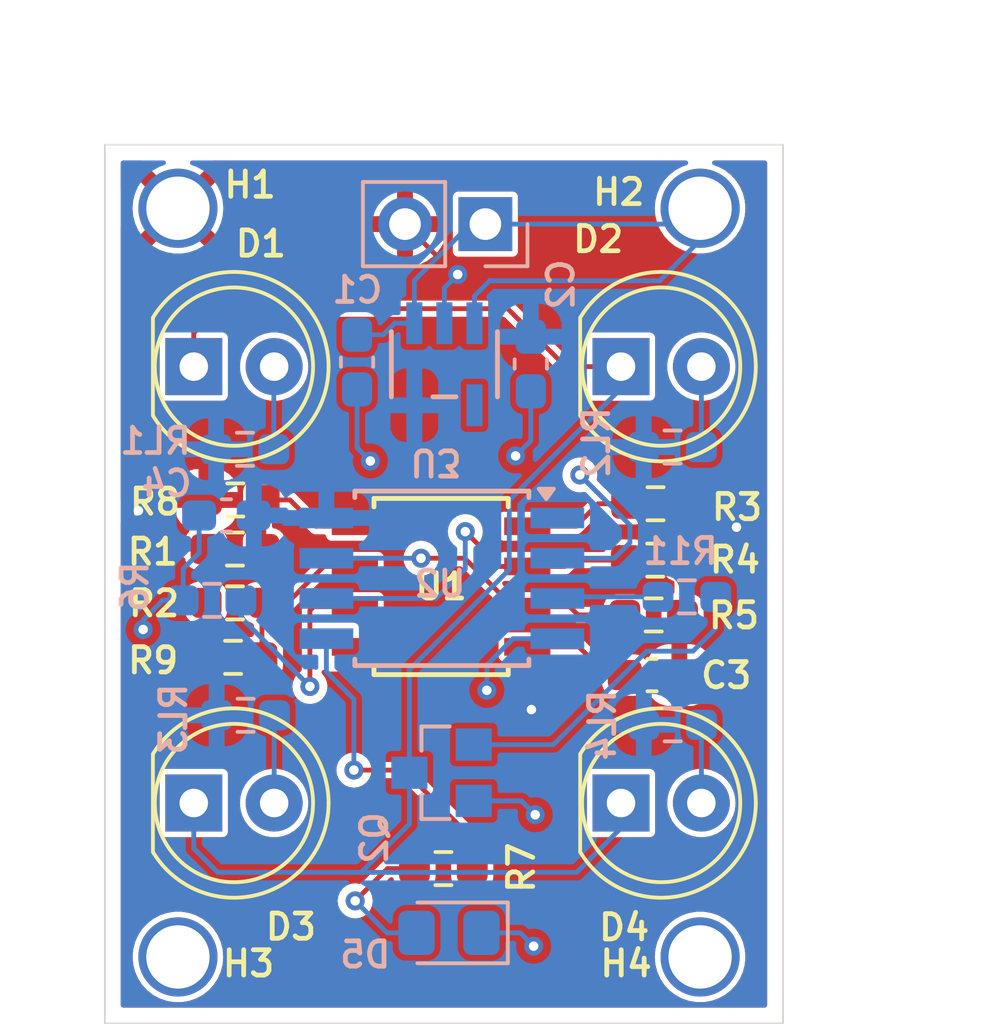
<source format=kicad_pcb>
(kicad_pcb (version 20240108) (generator "pcbnew") (generator_version "8.0")
  (layers (0 "F.Cu" signal) (31 "B.Cu" signal) (34 "B.Paste" user) (35 "F.Paste" user) (36 "B.SilkS" user "B.Silkscreen") (37 "F.SilkS" user "F.Silkscreen") (38 "B.Mask" user) (39 "F.Mask" user) (44 "Edge.Cuts" user))
  (net 0 "")
  (net 1 "GND")
  (net 2 "VDD_3.3V")
  (net 3 "Net-(D1-A)")
  (net 4 "Net-(D2-A)")
  (net 5 "Net-(D3-A)")
  (net 6 "Net-(D4-A)")
  (net 7 "VCC")
  (net 8 "Net-(D1-K)")
  (net 9 "Net-(U1-S0)")
  (net 10 "Net-(Q2-Pad1)")
  (net 11 "Net-(U1-S1)")
  (net 12 "COLOR_OUT")
  (net 13 "S2")
  (net 14 "LED_FLASH")
  (net 15 "S3")
  (net 16 "Net-(U1-OE)")
  (net 19 "Net-(D5-A)")
  (net 20 "LED_OUT")
  (footprint "Resistor_SMD:R_0603_1608Metric_Pad0.98x0.95mm_HandSolder" (layer "F.Cu") (at 120.3025 82.46)
    (property "Reference" "R2" (at -2.5575 0.02 0) (layer "F.SilkS") (effects (font (size 0.8 0.8))))
    (property "Value" "R")
    (fp_line (start -0.254724 -0.5225) (end 0.254724 -0.5225) (stroke (width 0.12)) (layer "F.SilkS"))
    (fp_line (start -0.254724 0.5225) (end 0.254724 0.5225) (stroke (width 0.12)) (layer "F.SilkS"))
    (pad "1" smd roundrect (at -0.9125 0) (size 0.975 0.95) (layers "F.Cu" "F.Paste" "F.Mask") (net 2 "VDD_3.3V"))
    (pad "2" smd roundrect (at 0.9125 0) (size 0.975 0.95) (layers "F.Cu" "F.Paste" "F.Mask") (net 11 "Net-(U1-S1)"))
  )
  (footprint "MountingHole:MT_Hole" (layer "F.Cu") (at 135 93.64)
    (property "Reference" "H4" (at -2.34 0.21 0) (layer "F.SilkS") (effects (font (size 0.8 0.8))))
    (property "Value" "MountingHole")
    (pad "1" thru_hole circle (at 0 0) (size 2.5 2.5) (drill 2) (layers "*.Cu" "*.Mask"))
  )
  (footprint "Capacitor_SMD:C_0603_1608Metric_Pad1.08x0.95mm_HandSolder" (layer "F.Cu") (at 133.4825 84.74 180)
    (property "Reference" "C3" (at -2.3425 -0.01 180) (layer "F.SilkS") (effects (font (size 0.8 0.8))))
    (property "Value" "0.1uF")
    (fp_line (start -0.146267 0.51) (end 0.146267 0.51) (stroke (width 0.12)) (layer "F.SilkS"))
    (fp_line (start -0.146267 -0.51) (end 0.146267 -0.51) (stroke (width 0.12)) (layer "F.SilkS"))
    (pad "1" smd roundrect (at -0.8625 0 180) (size 1.075 0.95) (layers "F.Cu" "F.Paste" "F.Mask") (net 1 "GND"))
    (pad "2" smd roundrect (at 0.8625 0 180) (size 1.075 0.95) (layers "F.Cu" "F.Paste" "F.Mask") (net 2 "VDD_3.3V"))
  )
  (footprint "Resistor_SMD:R_0603_1608Metric_Pad0.98x0.95mm_HandSolder" (layer "F.Cu") (at 133.5325 82.84)
    (property "Reference" "R5" (at 2.5375 0.02 0) (layer "F.SilkS") (effects (font (size 0.8 0.8))))
    (property "Value" "R")
    (fp_line (start -0.254724 -0.5225) (end 0.254724 -0.5225) (stroke (width 0.12)) (layer "F.SilkS"))
    (fp_line (start -0.254724 0.5225) (end 0.254724 0.5225) (stroke (width 0.12)) (layer "F.SilkS"))
    (pad "1" smd roundrect (at -0.9125 0) (size 0.975 0.95) (layers "F.Cu" "F.Paste" "F.Mask") (net 12 "COLOR_OUT"))
    (pad "2" smd roundrect (at 0.9125 0) (size 0.975 0.95) (layers "F.Cu" "F.Paste" "F.Mask") (net 2 "VDD_3.3V"))
  )
  (footprint "Resistor_SMD:R_0603_1608Metric_Pad0.98x0.95mm_HandSolder" (layer "F.Cu") (at 120.3025 80.76)
    (property "Reference" "R1" (at -2.5975 0.09 0) (layer "F.SilkS") (effects (font (size 0.8 0.8))))
    (property "Value" "R")
    (fp_line (start -0.254724 -0.5225) (end 0.254724 -0.5225) (stroke (width 0.12)) (layer "F.SilkS"))
    (fp_line (start -0.254724 0.5225) (end 0.254724 0.5225) (stroke (width 0.12)) (layer "F.SilkS"))
    (pad "1" smd roundrect (at -0.9125 0) (size 0.975 0.95) (layers "F.Cu" "F.Paste" "F.Mask") (net 2 "VDD_3.3V"))
    (pad "2" smd roundrect (at 0.9125 0) (size 0.975 0.95) (layers "F.Cu" "F.Paste" "F.Mask") (net 9 "Net-(U1-S0)"))
  )
  (footprint "TCS3200:SO_3200D-TR_AMS" (layer "F.Cu") (at 126.81585 81.945)
    (property "Reference" "U1" (at 0 0 0) (layer "F.SilkS") (effects (font (size 0.8 0.8))))
    (property "Value" "TCS3200D-TR")
    (fp_line (start -2.1209 -2.7813) (end -2.1209 -2.51714) (stroke (width 0.1524)) (layer "F.SilkS"))
    (fp_line (start -2.1209 2.51714) (end -2.1209 2.7813) (stroke (width 0.1524)) (layer "F.SilkS"))
    (fp_line (start -2.1209 2.7813) (end 2.1209 2.7813) (stroke (width 0.1524)) (layer "F.SilkS"))
    (fp_line (start 2.1209 -2.7813) (end -2.1209 -2.7813) (stroke (width 0.1524)) (layer "F.SilkS"))
    (fp_line (start 2.1209 -2.51714) (end 2.1209 -2.7813) (stroke (width 0.1524)) (layer "F.SilkS"))
    (fp_line (start 2.1209 2.7813) (end 2.1209 2.51714) (stroke (width 0.1524)) (layer "F.SilkS"))
    (pad "1" smd rect (at -2.72415 -1.905) (size 1.4605 0.5588) (layers "F.Cu" "F.Paste" "F.Mask") (net 9 "Net-(U1-S0)"))
    (pad "2" smd rect (at -2.72415 -0.635) (size 1.4605 0.5588) (layers "F.Cu" "F.Paste" "F.Mask") (net 11 "Net-(U1-S1)"))
    (pad "3" smd rect (at -2.72415 0.635) (size 1.4605 0.5588) (layers "F.Cu" "F.Paste" "F.Mask") (net 16 "Net-(U1-OE)"))
    (pad "4" smd rect (at -2.72415 1.905) (size 1.4605 0.5588) (layers "F.Cu" "F.Paste" "F.Mask") (net 1 "GND"))
    (pad "5" smd rect (at 2.72415 1.905) (size 1.4605 0.5588) (layers "F.Cu" "F.Paste" "F.Mask") (net 2 "VDD_3.3V"))
    (pad "6" smd rect (at 2.72415 0.635) (size 1.4605 0.5588) (layers "F.Cu" "F.Paste" "F.Mask") (net 12 "COLOR_OUT"))
    (pad "7" smd rect (at 2.72415 -0.635) (size 1.4605 0.5588) (layers "F.Cu" "F.Paste" "F.Mask") (net 13 "S2"))
    (pad "8" smd rect (at 2.72415 -1.905) (size 1.4605 0.5588) (layers "F.Cu" "F.Paste" "F.Mask") (net 15 "S3"))
  )
  (footprint "Resistor_SMD:R_0603_1608Metric_Pad0.98x0.95mm_HandSolder" (layer "F.Cu") (at 133.5925 79.33)
    (property "Reference" "R3" (at 2.5725 0.11 0) (layer "F.SilkS") (effects (font (size 0.8 0.8))))
    (property "Value" "R")
    (fp_line (start -0.254724 -0.5225) (end 0.254724 -0.5225) (stroke (width 0.12)) (layer "F.SilkS"))
    (fp_line (start -0.254724 0.5225) (end 0.254724 0.5225) (stroke (width 0.12)) (layer "F.SilkS"))
    (pad "1" smd roundrect (at -0.9125 0) (size 0.975 0.95) (layers "F.Cu" "F.Paste" "F.Mask") (net 15 "S3"))
    (pad "2" smd roundrect (at 0.9125 0) (size 0.975 0.95) (layers "F.Cu" "F.Paste" "F.Mask") (net 2 "VDD_3.3V"))
  )
  (footprint "LED_THT:LED_D5.0mm" (layer "F.Cu") (at 132.5 88.78)
    (property "Reference" "D4" (at 0.1 3.93 0) (layer "F.SilkS") (effects (font (size 0.8 0.8))))
    (property "Value" "LED")
    (fp_line (start -1.29 -1.545) (end -1.29 1.545) (stroke (width 0.12)) (layer "F.SilkS"))
    (fp_arc (start -1.29 -1.54483) (mid 2.072002 -2.880433) (end 4.26 0.000462) (stroke (width 0.12)) (layer "F.SilkS"))
    (fp_arc (start 4.26 -0.000462) (mid 2.072002 2.880433) (end -1.29 1.54483) (stroke (width 0.12)) (layer "F.SilkS"))
    (fp_circle (center 1.27 0) (end 3.77 0) (stroke (width 0.12)) (fill none) (layer "F.SilkS"))
    (pad "1" thru_hole rect (at 0 0) (size 1.8 1.8) (drill 0.9) (layers "*.Cu" "*.Mask") (net 8 "Net-(D1-K)"))
    (pad "2" thru_hole circle (at 2.54 0) (size 1.8 1.8) (drill 0.9) (layers "*.Cu" "*.Mask") (net 6 "Net-(D4-A)"))
  )
  (footprint "Resistor_SMD:R_0603_1608Metric_Pad0.98x0.95mm_HandSolder" (layer "F.Cu") (at 120.2425 84.18)
    (property "Reference" "R9" (at -2.5275 0.1 0) (layer "F.SilkS") (effects (font (size 0.8 0.8))))
    (property "Value" "R")
    (fp_line (start -0.254724 -0.5225) (end 0.254724 -0.5225) (stroke (width 0.12)) (layer "F.SilkS"))
    (fp_line (start -0.254724 0.5225) (end 0.254724 0.5225) (stroke (width 0.12)) (layer "F.SilkS"))
    (pad "1" smd roundrect (at -0.9125 0) (size 0.975 0.95) (layers "F.Cu" "F.Paste" "F.Mask") (net 1 "GND"))
    (pad "2" smd roundrect (at 0.9125 0) (size 0.975 0.95) (layers "F.Cu" "F.Paste" "F.Mask") (net 11 "Net-(U1-S1)"))
  )
  (footprint "MountingHole:MT_Hole" (layer "F.Cu") (at 118.5 70)
    (property "Reference" "H1" (at 2.28 -0.74 0) (layer "F.SilkS") (effects (font (size 0.8 0.8))))
    (property "Value" "MountingHole_Pad")
    (pad "1" thru_hole circle (at 0 0) (size 2.5 2.5) (drill 2) (layers "*.Cu" "*.Mask") (net 1 "GND"))
  )
  (footprint "LED_THT:LED_D5.0mm" (layer "F.Cu") (at 119 75)
    (property "Reference" "D1" (at 2.12 -3.88 0) (layer "F.SilkS") (effects (font (size 0.8 0.8))))
    (property "Value" "LED")
    (fp_line (start -1.29 -1.545) (end -1.29 1.545) (stroke (width 0.12)) (layer "F.SilkS"))
    (fp_arc (start -1.29 -1.54483) (mid 2.072002 -2.880433) (end 4.26 0.000462) (stroke (width 0.12)) (layer "F.SilkS"))
    (fp_arc (start 4.26 -0.000462) (mid 2.072002 2.880433) (end -1.29 1.54483) (stroke (width 0.12)) (layer "F.SilkS"))
    (fp_circle (center 1.27 0) (end 3.77 0) (stroke (width 0.12)) (fill none) (layer "F.SilkS"))
    (pad "1" thru_hole rect (at 0 0) (size 1.8 1.8) (drill 0.9) (layers "*.Cu" "*.Mask") (net 8 "Net-(D1-K)"))
    (pad "2" thru_hole circle (at 2.54 0) (size 1.8 1.8) (drill 0.9) (layers "*.Cu" "*.Mask") (net 3 "Net-(D1-A)"))
  )
  (footprint "LED_THT:LED_D5.0mm" (layer "F.Cu") (at 119 88.78)
    (property "Reference" "D3" (at 3.07 3.91 0) (layer "F.SilkS") (effects (font (size 0.8 0.8))))
    (property "Value" "LED")
    (fp_line (start -1.29 -1.545) (end -1.29 1.545) (stroke (width 0.12)) (layer "F.SilkS"))
    (fp_arc (start -1.29 -1.54483) (mid 2.072002 -2.880433) (end 4.26 0.000462) (stroke (width 0.12)) (layer "F.SilkS"))
    (fp_arc (start 4.26 -0.000462) (mid 2.072002 2.880433) (end -1.29 1.54483) (stroke (width 0.12)) (layer "F.SilkS"))
    (fp_circle (center 1.27 0) (end 3.77 0) (stroke (width 0.12)) (fill none) (layer "F.SilkS"))
    (pad "1" thru_hole rect (at 0 0) (size 1.8 1.8) (drill 0.9) (layers "*.Cu" "*.Mask") (net 8 "Net-(D1-K)"))
    (pad "2" thru_hole circle (at 2.54 0) (size 1.8 1.8) (drill 0.9) (layers "*.Cu" "*.Mask") (net 5 "Net-(D3-A)"))
  )
  (footprint "Resistor_SMD:R_0603_1608Metric_Pad0.98x0.95mm_HandSolder" (layer "F.Cu") (at 126.8875 90.85 180)
    (property "Reference" "R7" (at -2.4625 0.03 -90) (layer "F.SilkS") (effects (font (size 0.8 0.8))))
    (property "Value" "R")
    (fp_line (start -0.254724 0.5225) (end 0.254724 0.5225) (stroke (width 0.12)) (layer "F.SilkS"))
    (fp_line (start -0.254724 -0.5225) (end 0.254724 -0.5225) (stroke (width 0.12)) (layer "F.SilkS"))
    (pad "1" smd roundrect (at -0.9125 0 180) (size 0.975 0.95) (layers "F.Cu" "F.Paste" "F.Mask") (net 20 "LED_OUT"))
    (pad "2" smd roundrect (at 0.9125 0 180) (size 0.975 0.95) (layers "F.Cu" "F.Paste" "F.Mask") (net 19 "Net-(D5-A)"))
  )
  (footprint "MountingHole:MT_Hole" (layer "F.Cu") (at 118.5 93.64)
    (property "Reference" "H3" (at 2.23 0.21 0) (layer "F.SilkS") (effects (font (size 0.8 0.8))))
    (property "Value" "MountingHole")
    (pad "1" thru_hole circle (at 0 0) (size 2.5 2.5) (drill 2) (layers "*.Cu" "*.Mask"))
  )
  (footprint "Resistor_SMD:R_0603_1608Metric_Pad0.98x0.95mm_HandSolder" (layer "F.Cu") (at 133.5825 81.11)
    (property "Reference" "R4" (at 2.5175 -0.01 0) (layer "F.SilkS") (effects (font (size 0.8 0.8))))
    (property "Value" "R")
    (fp_line (start -0.254724 -0.5225) (end 0.254724 -0.5225) (stroke (width 0.12)) (layer "F.SilkS"))
    (fp_line (start -0.254724 0.5225) (end 0.254724 0.5225) (stroke (width 0.12)) (layer "F.SilkS"))
    (pad "1" smd roundrect (at -0.9125 0) (size 0.975 0.95) (layers "F.Cu" "F.Paste" "F.Mask") (net 13 "S2"))
    (pad "2" smd roundrect (at 0.9125 0) (size 0.975 0.95) (layers "F.Cu" "F.Paste" "F.Mask") (net 2 "VDD_3.3V"))
  )
  (footprint "Resistor_SMD:R_0603_1608Metric_Pad0.98x0.95mm_HandSolder" (layer "F.Cu") (at 120.3125 79.21 180)
    (property "Reference" "R8" (at 2.5375 -0.06 180) (layer "F.SilkS") (effects (font (size 0.8 0.8))))
    (property "Value" "R")
    (fp_line (start -0.254724 0.5225) (end 0.254724 0.5225) (stroke (width 0.12)) (layer "F.SilkS"))
    (fp_line (start -0.254724 -0.5225) (end 0.254724 -0.5225) (stroke (width 0.12)) (layer "F.SilkS"))
    (pad "1" smd roundrect (at -0.9125 0 180) (size 0.975 0.95) (layers "F.Cu" "F.Paste" "F.Mask") (net 9 "Net-(U1-S0)"))
    (pad "2" smd roundrect (at 0.9125 0 180) (size 0.975 0.95) (layers "F.Cu" "F.Paste" "F.Mask") (net 1 "GND"))
  )
  (footprint "MountingHole:MT_Hole" (layer "F.Cu") (at 135 70)
    (property "Reference" "H2" (at -2.57 -0.51 0) (layer "F.SilkS") (effects (font (size 0.8 0.8))))
    (property "Value" "MountingHole_Pad")
    (pad "1" thru_hole circle (at 0 0) (size 2.5 2.5) (drill 2) (layers "*.Cu" "*.Mask") (net 7 "VCC"))
  )
  (footprint "LED_THT:LED_D5.0mm" (layer "F.Cu") (at 132.5 75)
    (property "Reference" "D2" (at -0.72 -4.02 0) (layer "F.SilkS") (effects (font (size 0.8 0.8))))
    (property "Value" "LED")
    (fp_line (start -1.29 -1.545) (end -1.29 1.545) (stroke (width 0.12)) (layer "F.SilkS"))
    (fp_arc (start -1.29 -1.54483) (mid 2.072002 -2.880433) (end 4.26 0.000462) (stroke (width 0.12)) (layer "F.SilkS"))
    (fp_arc (start 4.26 -0.000462) (mid 2.072002 2.880433) (end -1.29 1.54483) (stroke (width 0.12)) (layer "F.SilkS"))
    (fp_circle (center 1.27 0) (end 3.77 0) (stroke (width 0.12)) (fill none) (layer "F.SilkS"))
    (pad "1" thru_hole rect (at 0 0) (size 1.8 1.8) (drill 0.9) (layers "*.Cu" "*.Mask") (net 8 "Net-(D1-K)"))
    (pad "2" thru_hole circle (at 2.54 0) (size 1.8 1.8) (drill 0.9) (layers "*.Cu" "*.Mask") (net 4 "Net-(D2-A)"))
  )
  (footprint "MIC5504:SOT-23-5_MC_MCH" (layer "B.Cu") (at 126.92 74.9254 -90)
    (property "Reference" "U3" (at 3.0946 0.27 180) (layer "B.SilkS") (effects (font (size 0.8 0.8)) (justify mirror)))
    (property "Value" "MIC5504-3.3YM5-TR")
    (fp_line (start -1.0287 1.6764) (end 1.0287 1.6764) (stroke (width 0.1524)) (layer "B.SilkS"))
    (fp_line (start 1.0287 0.363261) (end 1.0287 -0.363261) (stroke (width 0.1524)) (layer "B.SilkS"))
    (fp_line (start 1.0287 -1.6764) (end -1.0287 -1.6764) (stroke (width 0.1524)) (layer "B.SilkS"))
    (pad "1" smd rect (at -1.2954 0.950001 270) (size 1.3208 0.508) (layers "B.Cu" "B.Paste" "B.Mask") (net 7 "VCC"))
    (pad "2" smd rect (at -1.2954 0 270) (size 1.3208 0.508) (layers "B.Cu" "B.Paste" "B.Mask") (net 1 "GND"))
    (pad "3" smd rect (at -1.2954 -0.950001 270) (size 1.3208 0.508) (layers "B.Cu" "B.Paste" "B.Mask") (net 7 "VCC"))
    (pad "4" smd rect (at 1.2954 -0.950001 270) (size 1.3208 0.508) (layers "B.Cu" "B.Paste" "B.Mask"))
    (pad "5" smd rect (at 1.2954 0.950001 270) (size 1.3208 0.508) (layers "B.Cu" "B.Paste" "B.Mask") (net 2 "VDD_3.3V"))
  )
  (footprint "Capacitor_SMD:C_0603_1608Metric_Pad1.08x0.95mm_HandSolder" (layer "B.Cu") (at 124.16 74.8575 90)
    (property "Reference" "C1" (at 2.2775 0.01 0) (layer "B.SilkS") (effects (font (size 0.8 0.8)) (justify mirror)))
    (property "Value" "C")
    (fp_line (start 0.146267 -0.51) (end -0.146267 -0.51) (stroke (width 0.12)) (layer "B.SilkS"))
    (fp_line (start 0.146267 0.51) (end -0.146267 0.51) (stroke (width 0.12)) (layer "B.SilkS"))
    (pad "1" smd roundrect (at -0.8625 0 90) (size 1.075 0.95) (layers "B.Cu" "B.Paste" "B.Mask") (net 1 "GND"))
    (pad "2" smd roundrect (at 0.8625 0 90) (size 1.075 0.95) (layers "B.Cu" "B.Paste" "B.Mask") (net 7 "VCC"))
  )
  (footprint "Capacitor_SMD:C_0603_1608Metric_Pad1.08x0.95mm_HandSolder" (layer "B.Cu") (at 129.65 74.9175 -90)
    (property "Reference" "C2" (at -2.5125 -0.95 90) (layer "B.SilkS") (effects (font (size 0.8 0.8)) (justify mirror)))
    (property "Value" "C")
    (fp_line (start 0.146267 0.51) (end -0.146267 0.51) (stroke (width 0.12)) (layer "B.SilkS"))
    (fp_line (start 0.146267 -0.51) (end -0.146267 -0.51) (stroke (width 0.12)) (layer "B.SilkS"))
    (pad "1" smd roundrect (at -0.8625 0 270) (size 1.075 0.95) (layers "B.Cu" "B.Paste" "B.Mask") (net 2 "VDD_3.3V"))
    (pad "2" smd roundrect (at 0.8625 0 270) (size 1.075 0.95) (layers "B.Cu" "B.Paste" "B.Mask") (net 1 "GND"))
  )
  (footprint "Resistor_SMD:R_0603_1608Metric_Pad0.98x0.95mm_HandSolder" (layer "B.Cu") (at 134.1275 77.54 180)
    (property "Reference" "RL2" (at 2.4075 0.14 -90) (layer "B.SilkS") (effects (font (size 0.8 0.8)) (justify mirror)))
    (property "Value" "R")
    (fp_line (start 0.254724 0.5225) (end -0.254724 0.5225) (stroke (width 0.12)) (layer "B.SilkS"))
    (fp_line (start 0.254724 -0.5225) (end -0.254724 -0.5225) (stroke (width 0.12)) (layer "B.SilkS"))
    (pad "1" smd roundrect (at -0.9125 0 180) (size 0.975 0.95) (layers "B.Cu" "B.Paste" "B.Mask") (net 4 "Net-(D2-A)"))
    (pad "2" smd roundrect (at 0.9125 0 180) (size 0.975 0.95) (layers "B.Cu" "B.Paste" "B.Mask") (net 2 "VDD_3.3V"))
  )
  (footprint "Capacitor_SMD:C_0603_1608Metric_Pad1.08x0.95mm_HandSolder" (layer "B.Cu") (at 120.0325 79.7 180)
    (property "Reference" "C4" (at 1.8925 1.01 180) (layer "B.SilkS") (effects (font (size 0.8 0.8)) (justify mirror)))
    (property "Value" "C")
    (fp_line (start 0.146267 0.51) (end -0.146267 0.51) (stroke (width 0.12)) (layer "B.SilkS"))
    (fp_line (start 0.146267 -0.51) (end -0.146267 -0.51) (stroke (width 0.12)) (layer "B.SilkS"))
    (pad "1" smd roundrect (at -0.8625 0 180) (size 1.075 0.95) (layers "B.Cu" "B.Paste" "B.Mask") (net 2 "VDD_3.3V"))
    (pad "2" smd roundrect (at 0.8625 0 180) (size 1.075 0.95) (layers "B.Cu" "B.Paste" "B.Mask") (net 1 "GND"))
  )
  (footprint "Resistor_SMD:R_0603_1608Metric_Pad0.98x0.95mm_HandSolder" (layer "B.Cu") (at 120.6175 77.61 180)
    (property "Reference" "RL1" (at 2.8275 0.26 0) (layer "B.SilkS") (effects (font (size 0.8 0.8)) (justify mirror)))
    (property "Value" "R")
    (fp_line (start 0.254724 0.5225) (end -0.254724 0.5225) (stroke (width 0.12)) (layer "B.SilkS"))
    (fp_line (start 0.254724 -0.5225) (end -0.254724 -0.5225) (stroke (width 0.12)) (layer "B.SilkS"))
    (pad "1" smd roundrect (at -0.9125 0 180) (size 0.975 0.95) (layers "B.Cu" "B.Paste" "B.Mask") (net 3 "Net-(D1-A)"))
    (pad "2" smd roundrect (at 0.9125 0 180) (size 0.975 0.95) (layers "B.Cu" "B.Paste" "B.Mask") (net 2 "VDD_3.3V"))
  )
  (footprint "Resistor_SMD:R_0603_1608Metric_Pad0.98x0.95mm_HandSolder" (layer "B.Cu") (at 120.6375 86.01 180)
    (property "Reference" "RL3" (at 2.2775 -0.12 -90) (layer "B.SilkS") (effects (font (size 0.8 0.8)) (justify mirror)))
    (property "Value" "R")
    (fp_line (start 0.254724 0.5225) (end -0.254724 0.5225) (stroke (width 0.12)) (layer "B.SilkS"))
    (fp_line (start 0.254724 -0.5225) (end -0.254724 -0.5225) (stroke (width 0.12)) (layer "B.SilkS"))
    (pad "1" smd roundrect (at -0.9125 0 180) (size 0.975 0.95) (layers "B.Cu" "B.Paste" "B.Mask") (net 5 "Net-(D3-A)"))
    (pad "2" smd roundrect (at 0.9125 0 180) (size 0.975 0.95) (layers "B.Cu" "B.Paste" "B.Mask") (net 2 "VDD_3.3V"))
  )
  (footprint "Resistor_SMD:R_0603_1608Metric_Pad0.98x0.95mm_HandSolder" (layer "B.Cu") (at 119.5775 82.38 180)
    (property "Reference" "R6" (at 2.4375 0.43 -90) (layer "B.SilkS") (effects (font (size 0.8 0.8)) (justify mirror)))
    (property "Value" "R")
    (fp_line (start 0.254724 0.5225) (end -0.254724 0.5225) (stroke (width 0.12)) (layer "B.SilkS"))
    (fp_line (start 0.254724 -0.5225) (end -0.254724 -0.5225) (stroke (width 0.12)) (layer "B.SilkS"))
    (pad "1" smd roundrect (at -0.9125 0 180) (size 0.975 0.95) (layers "B.Cu" "B.Paste" "B.Mask") (net 16 "Net-(U1-OE)"))
    (pad "2" smd roundrect (at 0.9125 0 180) (size 0.975 0.95) (layers "B.Cu" "B.Paste" "B.Mask") (net 1 "GND"))
  )
  (footprint "LED_SMD:LED_0805_2012Metric_Pad1.15x1.40mm_HandSolder" (layer "B.Cu") (at 127.065 92.88 180)
    (property "Reference" "D5" (at 2.645 -0.69 180) (layer "B.SilkS") (effects (font (size 0.8 0.8)) (justify mirror)))
    (property "Value" "LED")
    (fp_line (start 1 -0.96) (end -1.86 -0.96) (stroke (width 0.12)) (layer "B.SilkS"))
    (fp_line (start -1.86 0.96) (end 1 0.96) (stroke (width 0.12)) (layer "B.SilkS"))
    (fp_line (start -1.86 -0.96) (end -1.86 0.96) (stroke (width 0.12)) (layer "B.SilkS"))
    (pad "1" smd roundrect (at -1.025 0 180) (size 1.15 1.4) (layers "B.Cu" "B.Paste" "B.Mask") (roundrect_rratio 0.217391) (net 1 "GND"))
    (pad "2" smd roundrect (at 1.025 0 180) (size 1.15 1.4) (layers "B.Cu" "B.Paste" "B.Mask") (roundrect_rratio 0.217391) (net 19 "Net-(D5-A)"))
  )
  (footprint "Resistor_SMD:R_0603_1608Metric_Pad0.98x0.95mm_HandSolder" (layer "B.Cu") (at 134.5825 82.27)
    (property "Reference" "R11" (at -0.2025 -1.44 180) (layer "B.SilkS") (effects (font (size 0.8 0.8)) (justify mirror)))
    (property "Value" "R")
    (fp_line (start 0.254724 -0.5225) (end -0.254724 -0.5225) (stroke (width 0.12)) (layer "B.SilkS"))
    (fp_line (start 0.254724 0.5225) (end -0.254724 0.5225) (stroke (width 0.12)) (layer "B.SilkS"))
    (pad "1" smd roundrect (at -0.9125 0) (size 0.975 0.95) (layers "B.Cu" "B.Paste" "B.Mask") (net 14 "LED_FLASH"))
    (pad "2" smd roundrect (at 0.9125 0) (size 0.975 0.95) (layers "B.Cu" "B.Paste" "B.Mask") (net 10 "Net-(Q2-Pad1)"))
  )
  (footprint "S8050:SOT-23" (layer "B.Cu") (at 126.83 87.824 -90)
    (property "Reference" "Q2" (at 2.061 2.124 90) (layer "B.SilkS") (effects (font (size 0.8 0.8)) (justify mirror)))
    (property "Value" "S8050")
    (fp_line (start -1.4605 0.635) (end -0.6985 0.635) (stroke (width 0.127)) (layer "B.SilkS"))
    (fp_line (start 0.6985 0.635) (end 1.4605 0.635) (stroke (width 0.127)) (layer "B.SilkS"))
    (fp_line (start 1.4605 0.635) (end 1.4605 -0.254) (stroke (width 0.127)) (layer "B.SilkS"))
    (fp_line (start -1.4605 -0.254) (end -1.4605 0.635) (stroke (width 0.127)) (layer "B.SilkS"))
    (pad "1" smd rect (at -0.889 -1.016 270) (size 1.016 1.143) (layers "B.Cu" "B.Paste" "B.Mask") (net 10 "Net-(Q2-Pad1)"))
    (pad "2" smd rect (at 0.889 -1.016 270) (size 1.016 1.143) (layers "B.Cu" "B.Paste" "B.Mask") (net 1 "GND"))
    (pad "3" smd rect (at 0 1.016 270) (size 1.016 1.143) (layers "B.Cu" "B.Paste" "B.Mask") (net 8 "Net-(D1-K)"))
  )
  (footprint "Resistor_SMD:R_0603_1608Metric_Pad0.98x0.95mm_HandSolder" (layer "B.Cu") (at 134.1325 86.31 180)
    (property "Reference" "RL4" (at 2.2225 -0.01 -90) (layer "B.SilkS") (effects (font (size 0.8 0.8)) (justify mirror)))
    (property "Value" "R")
    (fp_line (start 0.254724 0.5225) (end -0.254724 0.5225) (stroke (width 0.12)) (layer "B.SilkS"))
    (fp_line (start 0.254724 -0.5225) (end -0.254724 -0.5225) (stroke (width 0.12)) (layer "B.SilkS"))
    (pad "1" smd roundrect (at -0.9125 0 180) (size 0.975 0.95) (layers "B.Cu" "B.Paste" "B.Mask") (net 6 "Net-(D4-A)"))
    (pad "2" smd roundrect (at 0.9125 0 180) (size 0.975 0.95) (layers "B.Cu" "B.Paste" "B.Mask") (net 2 "VDD_3.3V"))
  )
  (footprint "Package_SO:SOIC-8W_5.3x5.3mm_P1.27mm" (layer "B.Cu") (at 126.84 81.685 180)
    (property "Reference" "U2" (at 0.06 -0.175 180) (layer "B.SilkS") (effects (font (size 0.8 0.8)) (justify mirror)))
    (property "Value" "ATtiny85-20S")
    (fp_line (start 2.75 2.755) (end -2.75 2.755) (stroke (width 0.15)) (layer "B.SilkS"))
    (fp_line (start 2.75 2.55) (end 2.75 2.755) (stroke (width 0.15)) (layer "B.SilkS"))
    (fp_line (start 2.75 -2.55) (end 2.75 -2.755) (stroke (width 0.15)) (layer "B.SilkS"))
    (fp_line (start 2.75 -2.755) (end -2.75 -2.755) (stroke (width 0.15)) (layer "B.SilkS"))
    (fp_line (start -2.75 2.55) (end -2.75 2.755) (stroke (width 0.15)) (layer "B.SilkS"))
    (fp_line (start -2.75 -2.55) (end -2.75 -2.755) (stroke (width 0.15)) (layer "B.SilkS"))
    (fp_poly (pts (xy -3.3 2.5) (xy -3.54 2.83) (xy -3.06 2.83) (xy -3.3 2.5)) (stroke (width 0.12)) (fill solid) (layer "B.SilkS"))
    (pad "1" smd rect (at -3.65 1.905 180) (size 1.7 0.65) (layers "B.Cu" "B.Paste" "B.Mask"))
    (pad "2" smd rect (at -3.65 0.635 180) (size 1.7 0.65) (layers "B.Cu" "B.Paste" "B.Mask") (net 15 "S3"))
    (pad "3" smd rect (at -3.65 -0.635 180) (size 1.7 0.65) (layers "B.Cu" "B.Paste" "B.Mask") (net 14 "LED_FLASH"))
    (pad "4" smd rect (at -3.65 -1.905 180) (size 1.7 0.65) (layers "B.Cu" "B.Paste" "B.Mask") (net 1 "GND"))
    (pad "5" smd rect (at 3.65 -1.905 180) (size 1.7 0.65) (layers "B.Cu" "B.Paste" "B.Mask") (net 20 "LED_OUT"))
    (pad "6" smd rect (at 3.65 -0.635 180) (size 1.7 0.65) (layers "B.Cu" "B.Paste" "B.Mask") (net 13 "S2"))
    (pad "7" smd rect (at 3.65 0.635 180) (size 1.7 0.65) (layers "B.Cu" "B.Paste" "B.Mask") (net 12 "COLOR_OUT"))
    (pad "8" smd rect (at 3.65 1.905 180) (size 1.7 0.65) (layers "B.Cu" "B.Paste" "B.Mask") (net 2 "VDD_3.3V"))
  )
  (footprint "Connector_PinHeader_2.54mm:PinHeader_1x02_P2.54mm_Vertical" (layer "B.Cu") (at 128.215 70.5 90)
    (property "Reference" "J1" (hide yes))
    (property "Value" "Conn_01x02_Pin")
    (fp_line (start 1.33 -3.87) (end -1.33 -3.87) (stroke (width 0.12)) (layer "B.SilkS"))
    (fp_line (start 1.33 -3.87) (end 1.33 -1.27) (stroke (width 0.12)) (layer "B.SilkS"))
    (fp_line (start -1.33 -3.87) (end -1.33 -1.27) (stroke (width 0.12)) (layer "B.SilkS"))
    (fp_line (start 1.33 -1.27) (end -1.33 -1.27) (stroke (width 0.12)) (layer "B.SilkS"))
    (fp_line (start 0 1.33) (end -1.33 1.33) (stroke (width 0.12)) (layer "B.SilkS"))
    (fp_line (start -1.33 1.33) (end -1.33 0) (stroke (width 0.12)) (layer "B.SilkS"))
    (pad "1" thru_hole rect (at 0 0 90) (size 1.7 1.7) (drill 1) (layers "*.Cu" "*.Mask") (net 7 "VCC"))
    (pad "2" thru_hole oval (at 0 -2.54 90) (size 1.7 1.7) (drill 1) (layers "*.Cu" "*.Mask") (net 1 "GND"))
  )
  (gr_rect (start 116.19 67.99) (end 137.62 95.74) (stroke (width 0.05)) (fill none) (layer "Edge.Cuts"))
  (segment (start 127.265 72.09) (end 125.675 70.5) (width 0.1524) (layer "F.Cu") (net 1))
  (segment (start 127.34 72.09) (end 127.265 72.09) (width 0.1524) (layer "F.Cu") (net 1))
  (via (at 124.58 77.98) (size 0.6) (drill 0.3) (layers "F.Cu" "B.Cu") (net 1))
  (via (at 117.4 83.3) (size 0.6) (drill 0.3) (layers "F.Cu" "B.Cu") (net 1))
  (via (at 128.26 85.22) (size 0.6) (drill 0.3) (layers "F.Cu" "B.Cu") (net 1))
  (via (at 129.74 93.3) (size 0.6) (drill 0.3) (layers "F.Cu" "B.Cu") (net 1))
  (via (at 129.17 77.82) (size 0.6) (drill 0.3) (layers "F.Cu" "B.Cu") (net 1))
  (via (at 127.34 72.09) (size 0.6) (drill 0.3) (layers "F.Cu" "B.Cu") (net 1))
  (via (at 129.79 89.15) (size 0.6) (drill 0.3) (layers "F.Cu" "B.Cu") (net 1))
  (segment (start 127.34 72.09) (end 126.92 72.51) (width 0.1524) (layer "B.Cu") (net 1))
  (segment (start 118.665 82.38) (end 118.665 81.385) (width 0.1524) (layer "B.Cu") (net 1))
  (segment (start 118.02 82.38) (end 117.4 83) (width 0.1524) (layer "B.Cu") (net 1))
  (segment (start 117.4 83) (end 117.4 83.3) (width 0.1524) (layer "B.Cu") (net 1))
  (segment (start 128.09 92.88) (end 129.32 92.88) (width 0.1524) (layer "B.Cu") (net 1))
  (segment (start 129.09 83.59) (end 130.49 83.59) (width 0.1524) (layer "B.Cu") (net 1))
  (segment (start 129.353 88.713) (end 127.846 88.713) (width 0.1524) (layer "B.Cu") (net 1))
  (segment (start 118.665 82.38) (end 118.02 82.38) (width 0.1524) (layer "B.Cu") (net 1))
  (segment (start 124.16 77.56) (end 124.16 75.72) (width 0.1524) (layer "B.Cu") (net 1))
  (segment (start 124.58 77.98) (end 124.16 77.56) (width 0.1524) (layer "B.Cu") (net 1))
  (segment (start 119 70.5) (end 118.5 70) (width 0.1524) (layer "B.Cu") (net 1))
  (segment (start 129.65 77.34) (end 129.17 77.82) (width 0.1524) (layer "B.Cu") (net 1))
  (segment (start 128.26 85.22) (end 128.26 84.42) (width 0.1524) (layer "B.Cu") (net 1))
  (segment (start 129.65 75.78) (end 129.65 77.34) (width 0.1524) (layer "B.Cu") (net 1))
  (segment (start 125.75 70.68) (end 125.57 70.5) (width 0.1524) (layer "B.Cu") (net 1))
  (segment (start 126.92 72.51) (end 126.92 73.63) (width 0.1524) (layer "B.Cu") (net 1))
  (segment (start 129.79 89.15) (end 129.353 88.713) (width 0.1524) (layer "B.Cu") (net 1))
  (segment (start 128.26 84.42) (end 129.09 83.59) (width 0.1524) (layer "B.Cu") (net 1))
  (segment (start 119.17 80.88) (end 119.17 79.7) (width 0.1524) (layer "B.Cu") (net 1))
  (segment (start 129.32 92.88) (end 129.74 93.3) (width 0.1524) (layer "B.Cu") (net 1))
  (segment (start 118.665 81.385) (end 119.17 80.88) (width 0.1524) (layer "B.Cu") (net 1))
  (segment (start 125.969999 70.899999) (end 125.75 70.68) (width 0.1524) (layer "B.Cu") (net 1))
  (segment (start 134.445 81.16) (end 134.495 81.11) (width 0.1524) (layer "F.Cu") (net 2))
  (segment (start 132.62 84.74) (end 132.06 84.74) (width 0.1524) (layer "F.Cu") (net 2))
  (segment (start 118.46 80.76) (end 119.39 80.76) (width 0.1524) (layer "F.Cu") (net 2))
  (segment (start 117.25 79.55) (end 118.46 80.76) (width 0.1524) (layer "F.Cu") (net 2))
  (segment (start 129.54 83.85) (end 129.54 85.7) (width 0.1524) (layer "F.Cu") (net 2))
  (segment (start 134.505 79.33) (end 135.41 79.33) (width 0.1524) (layer "F.Cu") (net 2))
  (segment (start 119.39 80.76) (end 119.39 82.46) (width 0.1524) (layer "F.Cu") (net 2))
  (segment (start 131.17 83.85) (end 129.54 83.85) (width 0.1524) (layer "F.Cu") (net 2))
  (segment (start 129.54 85.7) (end 129.67 85.83) (width 0.1524) (layer "F.Cu") (net 2))
  (segment (start 134.495 79.34) (end 134.505 79.33) (width 0.1524) (layer "F.Cu") (net 2))
  (segment (start 135.41 79.33) (end 136.15 80.07) (width 0.1524) (layer "F.Cu") (net 2))
  (segment (start 132.06 84.74) (end 131.17 83.85) (width 0.1524) (layer "F.Cu") (net 2))
  (segment (start 134.495 81.11) (end 134.495 79.34) (width 0.1524) (layer "F.Cu") (net 2))
  (segment (start 134.445 82.84) (end 134.445 81.16) (width 0.1524) (layer "F.Cu") (net 2))
  (via (at 129.67 85.83) (size 0.6) (drill 0.3) (layers "F.Cu" "B.Cu") (net 2))
  (via (at 117.25 79.55) (size 0.6) (drill 0.3) (layers "F.Cu" "B.Cu") (net 2))
  (via (at 136.15 80.07) (size 0.6) (drill 0.3) (layers "F.Cu" "B.Cu") (net 2))
  (segment (start 121.53 75.01) (end 121.54 75) (width 0.1524) (layer "B.Cu") (net 3))
  (segment (start 121.53 77.61) (end 121.53 75.01) (width 0.1524) (layer "B.Cu") (net 3))
  (segment (start 135.04 77.54) (end 135.04 75) (width 0.1524) (layer "B.Cu") (net 4))
  (segment (start 121.54 86.02) (end 121.55 86.01) (width 0.1524) (layer "B.Cu") (net 5))
  (segment (start 121.54 88.78) (end 121.54 86.02) (width 0.1524) (layer "B.Cu") (net 5))
  (segment (start 135.04 88.78) (end 135.04 86.315) (width 0.1524) (layer "B.Cu") (net 6))
  (segment (start 135.04 86.315) (end 135.045 86.31) (width 0.1524) (layer "B.Cu") (net 6))
  (segment (start 124.985 73.995) (end 125.35 73.63) (width 0.1524) (layer "B.Cu") (net 7))
  (segment (start 128.215 70.5) (end 134.5 70.5) (width 0.1524) (layer "B.Cu") (net 7))
  (segment (start 133.72 72.29) (end 128.37 72.29) (width 0.1524) (layer "B.Cu") (net 7))
  (segment (start 125.969999 73.63) (end 125.969999 72.280001) (width 0.1524) (layer "B.Cu") (net 7))
  (segment (start 133.72 72.29) (end 135 71.01) (width 0.1524) (layer "B.Cu") (net 7))
  (segment (start 124.16 73.995) (end 124.985 73.995) (width 0.1524) (layer "B.Cu") (net 7))
  (segment (start 125.969999 72.280001) (end 127.75 70.5) (width 0.1524) (layer "B.Cu") (net 7))
  (segment (start 134.5 70.5) (end 135 70) (width 0.1524) (layer "B.Cu") (net 7))
  (segment (start 125.35 73.63) (end 125.969999 73.63) (width 0.1524) (layer "B.Cu") (net 7))
  (segment (start 128.36 72.28) (end 127.870001 72.769999) (width 0.1524) (layer "B.Cu") (net 7))
  (segment (start 127.75 70.5) (end 128.215 70.5) (width 0.1524) (layer "B.Cu") (net 7))
  (segment (start 128.37 72.29) (end 128.36 72.28) (width 0.1524) (layer "B.Cu") (net 7))
  (segment (start 127.870001 72.769999) (end 127.870001 73.63) (width 0.1524) (layer "B.Cu") (net 7))
  (segment (start 135 71.01) (end 135 70) (width 0.1524) (layer "B.Cu") (net 7))
  (segment (start 130.75 75) (end 128.92 73.17) (width 0.1524) (layer "F.Cu") (net 8))
  (segment (start 132.5 75) (end 130.75 75) (width 0.1524) (layer "F.Cu") (net 8))
  (segment (start 119.77 73.17) (end 119 73.94) (width 0.1524) (layer "F.Cu") (net 8))
  (segment (start 119 73.94) (end 119 75) (width 0.1524) (layer "F.Cu") (net 8))
  (segment (start 128.92 73.17) (end 119.77 73.17) (width 0.1524) (layer "F.Cu") (net 8))
  (segment (start 119 88.78) (end 119 90.21) (width 0.1524) (layer "B.Cu") (net 8))
  (segment (start 132.5 75.69) (end 132.5 75) (width 0.1524) (layer "B.Cu") (net 8))
  (segment (start 125.814 87.824) (end 125.814 84.566) (width 0.1524) (layer "B.Cu") (net 8))
  (segment (start 125.814 89.446) (end 125.814 87.824) (width 0.1524) (layer "B.Cu") (net 8))
  (segment (start 128.97 81.41) (end 128.97 79.22) (width 0.1524) (layer "B.Cu") (net 8))
  (segment (start 119 90.21) (end 119.76 90.97) (width 0.1524) (layer "B.Cu") (net 8))
  (segment (start 123.97 90.97) (end 124.29 90.97) (width 0.1524) (layer "B.Cu") (net 8))
  (segment (start 132.5 88.78) (end 132.5 89.57) (width 0.1524) (layer "B.Cu") (net 8))
  (segment (start 119.76 90.97) (end 123.97 90.97) (width 0.1524) (layer "B.Cu") (net 8))
  (segment (start 131.1 90.97) (end 123.97 90.97) (width 0.1524) (layer "B.Cu") (net 8))
  (segment (start 125.814 84.566) (end 128.97 81.41) (width 0.1524) (layer "B.Cu") (net 8))
  (segment (start 124.29 90.97) (end 125.814 89.446) (width 0.1524) (layer "B.Cu") (net 8))
  (segment (start 132.5 89.57) (end 131.1 90.97) (width 0.1524) (layer "B.Cu") (net 8))
  (segment (start 128.97 79.22) (end 132.5 75.69) (width 0.1524) (layer "B.Cu") (net 8))
  (segment (start 121.215 80.76) (end 121.215 79.22) (width 0.1524) (layer "F.Cu") (net 9))
  (segment (start 121.225 79.21) (end 122.04 79.21) (width 0.1524) (layer "F.Cu") (net 9))
  (segment (start 122.87 80.04) (end 124.0917 80.04) (width 0.1524) (layer "F.Cu") (net 9))
  (segment (start 121.215 79.22) (end 121.225 79.21) (width 0.1524) (layer "F.Cu") (net 9))
  (segment (start 122.04 79.21) (end 122.87 80.04) (width 0.1524) (layer "F.Cu") (net 9))
  (segment (start 135.495 83.265) (end 135.495 82.27) (width 0.1524) (layer "B.Cu") (net 10))
  (segment (start 134.775 83.985) (end 135.495 83.265) (width 0.1524) (layer "B.Cu") (net 10))
  (segment (start 133.315 83.985) (end 134.775 83.985) (width 0.1524) (layer "B.Cu") (net 10))
  (segment (start 130.365 86.935) (end 133.315 83.985) (width 0.1524) (layer "B.Cu") (net 10))
  (segment (start 127.846 86.935) (end 130.365 86.935) (width 0.1524) (layer "B.Cu") (net 10))
  (segment (start 121.155 82.52) (end 121.215 82.46) (width 0.1524) (layer "F.Cu") (net 11))
  (segment (start 121.96 82.46) (end 121.215 82.46) (width 0.1524) (layer "F.Cu") (net 11))
  (segment (start 123.11 81.31) (end 121.96 82.46) (width 0.1524) (layer "F.Cu") (net 11))
  (segment (start 121.155 84.18) (end 121.155 82.52) (width 0.1524) (layer "F.Cu") (net 11))
  (segment (start 124.0917 81.31) (end 123.11 81.31) (width 0.1524) (layer "F.Cu") (net 11))
  (segment (start 127.55915 81.05) (end 129.08915 82.58) (width 0.1524) (layer "F.Cu") (net 12))
  (segment (start 130.88 82.58) (end 129.54 82.58) (width 0.1524) (layer "F.Cu") (net 12))
  (segment (start 131.14 82.84) (end 130.88 82.58) (width 0.1524) (layer "F.Cu") (net 12))
  (segment (start 126.18 81.05) (end 127.55915 81.05) (width 0.1524) (layer "F.Cu") (net 12))
  (segment (start 132.62 82.84) (end 131.14 82.84) (width 0.1524) (layer "F.Cu") (net 12))
  (segment (start 129.08915 82.58) (end 129.54 82.58) (width 0.1524) (layer "F.Cu") (net 12))
  (via (at 126.18 81.05) (size 0.6) (drill 0.3) (layers "F.Cu" "B.Cu") (net 12))
  (segment (start 126.18 81.05) (end 123.19 81.05) (width 0.1524) (layer "B.Cu") (net 12))
  (segment (start 132.67 81.11) (end 130.92 81.11) (width 0.1524) (layer "F.Cu") (net 13))
  (segment (start 128.68 81.31) (end 127.58 80.21) (width 0.1524) (layer "F.Cu") (net 13))
  (segment (start 130.72 81.31) (end 129.54 81.31) (width 0.1524) (layer "F.Cu") (net 13))
  (segment (start 129.54 81.31) (end 128.68 81.31) (width 0.1524) (layer "F.Cu") (net 13))
  (segment (start 130.92 81.11) (end 130.72 81.31) (width 0.1524) (layer "F.Cu") (net 13))
  (via (at 127.58 80.21) (size 0.6) (drill 0.3) (layers "F.Cu" "B.Cu") (net 13))
  (segment (start 126.65 82.32) (end 123.19 82.32) (width 0.1524) (layer "B.Cu") (net 13))
  (segment (start 127.58 81.39) (end 126.65 82.32) (width 0.1524) (layer "B.Cu") (net 13))
  (segment (start 127.58 80.21) (end 127.58 81.39) (width 0.1524) (layer "B.Cu") (net 13))
  (segment (start 133.67 82.27) (end 130.54 82.27) (width 0.1524) (layer "B.Cu") (net 14))
  (segment (start 130.54 82.27) (end 130.49 82.32) (width 0.1524) (layer "B.Cu") (net 14))
  (segment (start 131.78 79.33) (end 132.68 79.33) (width 0.1524) (layer "F.Cu") (net 15))
  (segment (start 132.68 79.33) (end 132.11 79.33) (width 0.1524) (layer "F.Cu") (net 15))
  (segment (start 131.07 80.04) (end 131.78 79.33) (width 0.1524) (layer "F.Cu") (net 15))
  (segment (start 132.68 79.33) (end 132.68 79.1) (width 0.1524) (layer "F.Cu") (net 15))
  (segment (start 129.54 80.04) (end 131.07 80.04) (width 0.1524) (layer "F.Cu") (net 15))
  (segment (start 132.11 79.33) (end 131.2 78.42) (width 0.1524) (layer "F.Cu") (net 15))
  (via (at 131.2 78.42) (size 0.6) (drill 0.3) (layers "F.Cu" "B.Cu") (net 15))
  (segment (start 132.29 81.05) (end 130.49 81.05) (width 0.1524) (layer "B.Cu") (net 15))
  (segment (start 132.78 80.56) (end 132.29 81.05) (width 0.1524) (layer "B.Cu") (net 15))
  (segment (start 131.2 78.42) (end 132.78 80) (width 0.1524) (layer "B.Cu") (net 15))
  (segment (start 132.78 80) (end 132.78 80.56) (width 0.1524) (layer "B.Cu") (net 15))
  (segment (start 122.79 82.58) (end 124.0917 82.58) (width 0.1524) (layer "F.Cu") (net 16))
  (segment (start 122.67 82.7) (end 122.79 82.58) (width 0.1524) (layer "F.Cu") (net 16))
  (segment (start 122.67 85.1) (end 122.67 82.7) (width 0.1524) (layer "F.Cu") (net 16))
  (via (at 122.67 85.1) (size 0.6) (drill 0.3) (layers "F.Cu" "B.Cu") (net 16))
  (segment (start 122.67 85.1) (end 120.49 82.92) (width 0.1524) (layer "B.Cu") (net 16))
  (segment (start 120.49 82.92) (end 120.49 82.38) (width 0.1524) (layer "B.Cu") (net 16))
  (segment (start 125.12 90.85) (end 124.1 91.87) (width 0.1524) (layer "F.Cu") (net 19))
  (segment (start 125.975 90.85) (end 125.12 90.85) (width 0.1524) (layer "F.Cu") (net 19))
  (via (at 124.1 91.87) (size 0.6) (drill 0.3) (layers "F.Cu" "B.Cu") (net 19))
  (segment (start 125.11 92.88) (end 126.04 92.88) (width 0.1524) (layer "B.Cu") (net 19))
  (segment (start 124.1 91.87) (end 125.11 92.88) (width 0.1524) (layer "B.Cu") (net 19))
  (segment (start 124.06 87.74) (end 125.64 87.74) (width 0.1524) (layer "F.Cu") (net 20))
  (segment (start 127.8 89.9) (end 127.8 90.85) (width 0.1524) (layer "F.Cu") (net 20))
  (segment (start 125.64 87.74) (end 127.8 89.9) (width 0.1524) (layer "F.Cu") (net 20))
  (via (at 124.06 87.74) (size 0.6) (drill 0.3) (layers "F.Cu" "B.Cu") (net 20))
  (segment (start 124.06 87.74) (end 124.06 85.5) (width 0.1524) (layer "B.Cu") (net 20))
  (segment (start 123.19 84.63) (end 123.19 83.59) (width 0.1524) (layer "B.Cu") (net 20))
  (segment (start 124.06 85.5) (end 123.19 84.63) (width 0.1524) (layer "B.Cu") (net 20))
  (zone (net 1) (net_name "GND") (layer "F.Cu") (connect_pads (clearance 0.1524)) (min_thickness 0.1524) (fill yes (thermal_gap 0.5) (thermal_bridge_width 0.5))
    (polygon (pts (xy 116.22 68.17) (xy 137.56 68.19) (xy 137.49 95.62) (xy 116.29 95.61)))
  )
  (zone (net 2) (net_name "VDD_3.3V") (layer "B.Cu") (priority 1) (connect_pads (clearance 0.1524)) (min_thickness 0.1524) (fill yes (thermal_gap 0.5) (thermal_bridge_width 0.5))
    (polygon (pts (xy 116.27 68.08) (xy 137.58 68.12) (xy 137.52 95.63) (xy 116.28 95.62) (xy 116.23 68.8)))
  )
)
</source>
